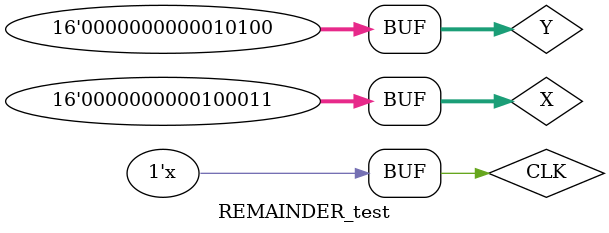
<source format=v>
module REMAINDER_test;
	reg [15:0] X,Y;
	wire [15:0] O;
	reg CLK;
	REMAINDER rem_test(O,X,Y,CLK);
	always
		begin 
		#5 CLK=~CLK;
		end
	initial 
		begin
			CLK=1'b0;
			$monitor("OUTPUT=%d ,X=%d ,Y=%d, CLK=%b",O,X,Y,CLK);
			#10 X=12; Y=10;
			#10 X=105; Y=11;
			#10 X=31; Y=5;
			#10 X=100; Y=81;
			#10 X=35; Y=20;
			
		end
endmodule

</source>
